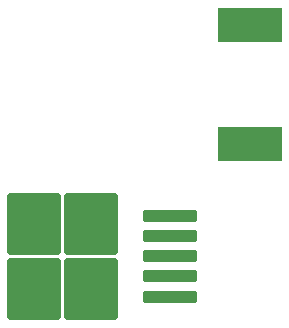
<source format=gbr>
%TF.GenerationSoftware,KiCad,Pcbnew,(7.0.0)*%
%TF.CreationDate,2023-12-28T02:06:20-08:00*%
%TF.ProjectId,Blutooth_Serial,426c7574-6f6f-4746-985f-53657269616c,rev?*%
%TF.SameCoordinates,Original*%
%TF.FileFunction,Paste,Top*%
%TF.FilePolarity,Positive*%
%FSLAX46Y46*%
G04 Gerber Fmt 4.6, Leading zero omitted, Abs format (unit mm)*
G04 Created by KiCad (PCBNEW (7.0.0)) date 2023-12-28 02:06:20*
%MOMM*%
%LPD*%
G01*
G04 APERTURE LIST*
G04 Aperture macros list*
%AMRoundRect*
0 Rectangle with rounded corners*
0 $1 Rounding radius*
0 $2 $3 $4 $5 $6 $7 $8 $9 X,Y pos of 4 corners*
0 Add a 4 corners polygon primitive as box body*
4,1,4,$2,$3,$4,$5,$6,$7,$8,$9,$2,$3,0*
0 Add four circle primitives for the rounded corners*
1,1,$1+$1,$2,$3*
1,1,$1+$1,$4,$5*
1,1,$1+$1,$6,$7*
1,1,$1+$1,$8,$9*
0 Add four rect primitives between the rounded corners*
20,1,$1+$1,$2,$3,$4,$5,0*
20,1,$1+$1,$4,$5,$6,$7,0*
20,1,$1+$1,$6,$7,$8,$9,0*
20,1,$1+$1,$8,$9,$2,$3,0*%
G04 Aperture macros list end*
%ADD10RoundRect,0.250000X2.025000X2.375000X-2.025000X2.375000X-2.025000X-2.375000X2.025000X-2.375000X0*%
%ADD11RoundRect,0.250000X2.050000X0.300000X-2.050000X0.300000X-2.050000X-0.300000X2.050000X-0.300000X0*%
%ADD12R,5.494000X3.000000*%
G04 APERTURE END LIST*
D10*
%TO.C,U2*%
X55640000Y-84260000D03*
X50790000Y-89810000D03*
X55640000Y-89810000D03*
X50790000Y-84260000D03*
D11*
X62365000Y-83635000D03*
X62365000Y-85335000D03*
X62365000Y-87035000D03*
X62365000Y-88735000D03*
X62365000Y-90435000D03*
%TD*%
D12*
%TO.C,L1*%
X69056999Y-67479999D03*
X69056999Y-77479999D03*
%TD*%
M02*

</source>
